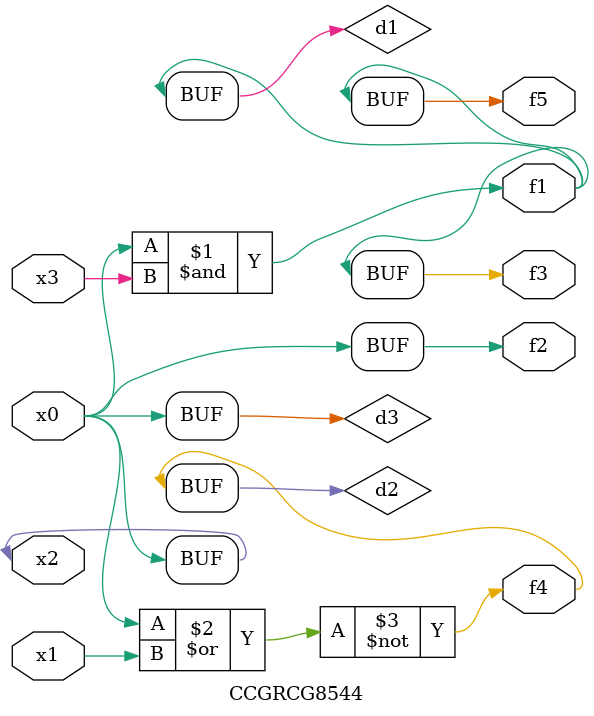
<source format=v>
module CCGRCG8544(
	input x0, x1, x2, x3,
	output f1, f2, f3, f4, f5
);

	wire d1, d2, d3;

	and (d1, x2, x3);
	nor (d2, x0, x1);
	buf (d3, x0, x2);
	assign f1 = d1;
	assign f2 = d3;
	assign f3 = d1;
	assign f4 = d2;
	assign f5 = d1;
endmodule

</source>
